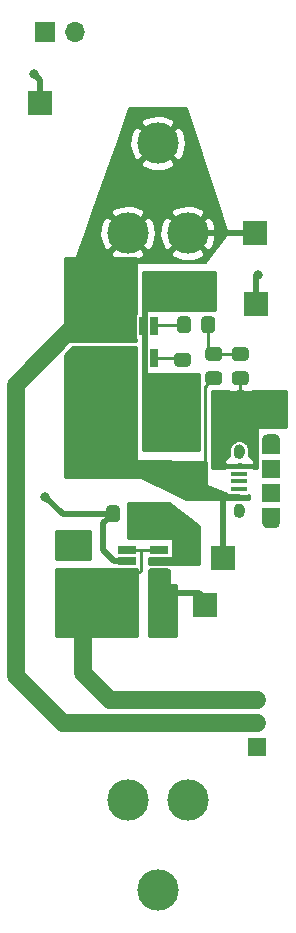
<source format=gbr>
%TF.GenerationSoftware,KiCad,Pcbnew,5.1.6*%
%TF.CreationDate,2020-05-18T18:09:20+02:00*%
%TF.ProjectId,solder-snorter,736f6c64-6572-42d7-936e-6f727465722e,rev?*%
%TF.SameCoordinates,Original*%
%TF.FileFunction,Copper,L1,Top*%
%TF.FilePolarity,Positive*%
%FSLAX46Y46*%
G04 Gerber Fmt 4.6, Leading zero omitted, Abs format (unit mm)*
G04 Created by KiCad (PCBNEW 5.1.6) date 2020-05-18 18:09:20*
%MOMM*%
%LPD*%
G01*
G04 APERTURE LIST*
%TA.AperFunction,SMDPad,CuDef*%
%ADD10R,1.550000X1.200000*%
%TD*%
%TA.AperFunction,SMDPad,CuDef*%
%ADD11R,1.550000X1.500000*%
%TD*%
%TA.AperFunction,SMDPad,CuDef*%
%ADD12R,1.350000X0.400000*%
%TD*%
%TA.AperFunction,ComponentPad*%
%ADD13C,3.500000*%
%TD*%
%TA.AperFunction,SMDPad,CuDef*%
%ADD14R,1.800000X2.400000*%
%TD*%
%TA.AperFunction,ComponentPad*%
%ADD15R,1.700000X1.700000*%
%TD*%
%TA.AperFunction,ComponentPad*%
%ADD16O,1.700000X1.700000*%
%TD*%
%TA.AperFunction,ComponentPad*%
%ADD17R,1.500000X1.500000*%
%TD*%
%TA.AperFunction,ComponentPad*%
%ADD18C,1.500000*%
%TD*%
%TA.AperFunction,SMDPad,CuDef*%
%ADD19R,0.650000X1.560000*%
%TD*%
%TA.AperFunction,SMDPad,CuDef*%
%ADD20R,1.560000X0.650000*%
%TD*%
%TA.AperFunction,SMDPad,CuDef*%
%ADD21R,2.000000X2.000000*%
%TD*%
%TA.AperFunction,ViaPad*%
%ADD22C,0.800000*%
%TD*%
%TA.AperFunction,Conductor*%
%ADD23C,0.500000*%
%TD*%
%TA.AperFunction,Conductor*%
%ADD24C,1.500000*%
%TD*%
%TA.AperFunction,Conductor*%
%ADD25C,0.250000*%
%TD*%
%TA.AperFunction,Conductor*%
%ADD26C,0.254000*%
%TD*%
G04 APERTURE END LIST*
D10*
%TO.P,J1,*%
%TO.N,*%
X165100000Y-118400000D03*
X165100000Y-112600000D03*
%TA.AperFunction,ComponentPad*%
G36*
G01*
X165375000Y-119500000D02*
X164825000Y-119500000D01*
G75*
G02*
X164325000Y-119000000I0J500000D01*
G01*
X164325000Y-119000000D01*
G75*
G02*
X164825000Y-118500000I500000J0D01*
G01*
X165375000Y-118500000D01*
G75*
G02*
X165875000Y-119000000I0J-500000D01*
G01*
X165875000Y-119000000D01*
G75*
G02*
X165375000Y-119500000I-500000J0D01*
G01*
G37*
%TD.AperFunction*%
%TA.AperFunction,ComponentPad*%
G36*
G01*
X165375000Y-112500000D02*
X164825000Y-112500000D01*
G75*
G02*
X164325000Y-112000000I0J500000D01*
G01*
X164325000Y-112000000D01*
G75*
G02*
X164825000Y-111500000I500000J0D01*
G01*
X165375000Y-111500000D01*
G75*
G02*
X165875000Y-112000000I0J-500000D01*
G01*
X165875000Y-112000000D01*
G75*
G02*
X165375000Y-112500000I-500000J0D01*
G01*
G37*
%TD.AperFunction*%
%TO.P,J1,6*%
%TO.N,Net-(J1-Pad6)*%
%TA.AperFunction,ComponentPad*%
G36*
G01*
X162400000Y-118625000D02*
X162400000Y-118625000D01*
G75*
G02*
X161925000Y-118150000I0J475000D01*
G01*
X161925000Y-117850000D01*
G75*
G02*
X162400000Y-117375000I475000J0D01*
G01*
X162400000Y-117375000D01*
G75*
G02*
X162875000Y-117850000I0J-475000D01*
G01*
X162875000Y-118150000D01*
G75*
G02*
X162400000Y-118625000I-475000J0D01*
G01*
G37*
%TD.AperFunction*%
%TO.P,J1,*%
%TO.N,*%
%TA.AperFunction,ComponentPad*%
G36*
G01*
X162400000Y-113625000D02*
X162400000Y-113625000D01*
G75*
G02*
X161925000Y-113150000I0J475000D01*
G01*
X161925000Y-112850000D01*
G75*
G02*
X162400000Y-112375000I475000J0D01*
G01*
X162400000Y-112375000D01*
G75*
G02*
X162875000Y-112850000I0J-475000D01*
G01*
X162875000Y-113150000D01*
G75*
G02*
X162400000Y-113625000I-475000J0D01*
G01*
G37*
%TD.AperFunction*%
D11*
X165100000Y-116500000D03*
X165100000Y-114500000D03*
D12*
%TO.P,J1,1*%
%TO.N,Net-(C1-Pad1)*%
X162400000Y-116800000D03*
%TO.P,J1,2*%
%TO.N,Net-(J1-Pad2)*%
X162400000Y-116150000D03*
%TO.P,J1,5*%
%TO.N,GND*%
X162400000Y-114200000D03*
%TO.P,J1,4*%
%TO.N,Net-(J1-Pad4)*%
X162400000Y-114850000D03*
%TO.P,J1,3*%
%TO.N,Net-(J1-Pad3)*%
X162400000Y-115500000D03*
%TD*%
D13*
%TO.P,BT1,2*%
%TO.N,GND*%
X152960000Y-142500000D03*
X158040000Y-142500000D03*
%TO.P,BT1,1*%
%TO.N,VBAT*%
X152960000Y-94500000D03*
X158040000Y-94500000D03*
%TO.P,BT1,2*%
%TO.N,GND*%
X155500000Y-150120000D03*
%TO.P,BT1,1*%
%TO.N,VBAT*%
X155500000Y-86880000D03*
%TD*%
%TO.P,C1,1*%
%TO.N,Net-(C1-Pad1)*%
%TA.AperFunction,SMDPad,CuDef*%
G36*
G01*
X152600000Y-108350001D02*
X152600000Y-107449999D01*
G75*
G02*
X152849999Y-107200000I249999J0D01*
G01*
X153500001Y-107200000D01*
G75*
G02*
X153750000Y-107449999I0J-249999D01*
G01*
X153750000Y-108350001D01*
G75*
G02*
X153500001Y-108600000I-249999J0D01*
G01*
X152849999Y-108600000D01*
G75*
G02*
X152600000Y-108350001I0J249999D01*
G01*
G37*
%TD.AperFunction*%
%TO.P,C1,2*%
%TO.N,GND*%
%TA.AperFunction,SMDPad,CuDef*%
G36*
G01*
X154650000Y-108350001D02*
X154650000Y-107449999D01*
G75*
G02*
X154899999Y-107200000I249999J0D01*
G01*
X155550001Y-107200000D01*
G75*
G02*
X155800000Y-107449999I0J-249999D01*
G01*
X155800000Y-108350001D01*
G75*
G02*
X155550001Y-108600000I-249999J0D01*
G01*
X154899999Y-108600000D01*
G75*
G02*
X154650000Y-108350001I0J249999D01*
G01*
G37*
%TD.AperFunction*%
%TD*%
%TO.P,C2,2*%
%TO.N,GND*%
%TA.AperFunction,SMDPad,CuDef*%
G36*
G01*
X154650000Y-99050001D02*
X154650000Y-98149999D01*
G75*
G02*
X154899999Y-97900000I249999J0D01*
G01*
X155550001Y-97900000D01*
G75*
G02*
X155800000Y-98149999I0J-249999D01*
G01*
X155800000Y-99050001D01*
G75*
G02*
X155550001Y-99300000I-249999J0D01*
G01*
X154899999Y-99300000D01*
G75*
G02*
X154650000Y-99050001I0J249999D01*
G01*
G37*
%TD.AperFunction*%
%TO.P,C2,1*%
%TO.N,VBAT*%
%TA.AperFunction,SMDPad,CuDef*%
G36*
G01*
X152600000Y-99050001D02*
X152600000Y-98149999D01*
G75*
G02*
X152849999Y-97900000I249999J0D01*
G01*
X153500001Y-97900000D01*
G75*
G02*
X153750000Y-98149999I0J-249999D01*
G01*
X153750000Y-99050001D01*
G75*
G02*
X153500001Y-99300000I-249999J0D01*
G01*
X152849999Y-99300000D01*
G75*
G02*
X152600000Y-99050001I0J249999D01*
G01*
G37*
%TD.AperFunction*%
%TD*%
%TO.P,C3,1*%
%TO.N,VBATSW*%
%TA.AperFunction,SMDPad,CuDef*%
G36*
G01*
X149250001Y-124100000D02*
X148349999Y-124100000D01*
G75*
G02*
X148100000Y-123850001I0J249999D01*
G01*
X148100000Y-123199999D01*
G75*
G02*
X148349999Y-122950000I249999J0D01*
G01*
X149250001Y-122950000D01*
G75*
G02*
X149500000Y-123199999I0J-249999D01*
G01*
X149500000Y-123850001D01*
G75*
G02*
X149250001Y-124100000I-249999J0D01*
G01*
G37*
%TD.AperFunction*%
%TO.P,C3,2*%
%TO.N,GND*%
%TA.AperFunction,SMDPad,CuDef*%
G36*
G01*
X149250001Y-122050000D02*
X148349999Y-122050000D01*
G75*
G02*
X148100000Y-121800001I0J249999D01*
G01*
X148100000Y-121149999D01*
G75*
G02*
X148349999Y-120900000I249999J0D01*
G01*
X149250001Y-120900000D01*
G75*
G02*
X149500000Y-121149999I0J-249999D01*
G01*
X149500000Y-121800001D01*
G75*
G02*
X149250001Y-122050000I-249999J0D01*
G01*
G37*
%TD.AperFunction*%
%TD*%
%TO.P,C4,2*%
%TO.N,GND*%
%TA.AperFunction,SMDPad,CuDef*%
G36*
G01*
X153200000Y-118700001D02*
X153200000Y-117799999D01*
G75*
G02*
X153449999Y-117550000I249999J0D01*
G01*
X154100001Y-117550000D01*
G75*
G02*
X154350000Y-117799999I0J-249999D01*
G01*
X154350000Y-118700001D01*
G75*
G02*
X154100001Y-118950000I-249999J0D01*
G01*
X153449999Y-118950000D01*
G75*
G02*
X153200000Y-118700001I0J249999D01*
G01*
G37*
%TD.AperFunction*%
%TO.P,C4,1*%
%TO.N,+12V*%
%TA.AperFunction,SMDPad,CuDef*%
G36*
G01*
X151150000Y-118700001D02*
X151150000Y-117799999D01*
G75*
G02*
X151399999Y-117550000I249999J0D01*
G01*
X152050001Y-117550000D01*
G75*
G02*
X152300000Y-117799999I0J-249999D01*
G01*
X152300000Y-118700001D01*
G75*
G02*
X152050001Y-118950000I-249999J0D01*
G01*
X151399999Y-118950000D01*
G75*
G02*
X151150000Y-118700001I0J249999D01*
G01*
G37*
%TD.AperFunction*%
%TD*%
%TO.P,D1,1*%
%TO.N,Net-(D1-Pad1)*%
%TA.AperFunction,SMDPad,CuDef*%
G36*
G01*
X159799999Y-104150000D02*
X160700001Y-104150000D01*
G75*
G02*
X160950000Y-104399999I0J-249999D01*
G01*
X160950000Y-105050001D01*
G75*
G02*
X160700001Y-105300000I-249999J0D01*
G01*
X159799999Y-105300000D01*
G75*
G02*
X159550000Y-105050001I0J249999D01*
G01*
X159550000Y-104399999D01*
G75*
G02*
X159799999Y-104150000I249999J0D01*
G01*
G37*
%TD.AperFunction*%
%TO.P,D1,2*%
%TO.N,Net-(C1-Pad1)*%
%TA.AperFunction,SMDPad,CuDef*%
G36*
G01*
X159799999Y-106200000D02*
X160700001Y-106200000D01*
G75*
G02*
X160950000Y-106449999I0J-249999D01*
G01*
X160950000Y-107100001D01*
G75*
G02*
X160700001Y-107350000I-249999J0D01*
G01*
X159799999Y-107350000D01*
G75*
G02*
X159550000Y-107100001I0J249999D01*
G01*
X159550000Y-106449999D01*
G75*
G02*
X159799999Y-106200000I249999J0D01*
G01*
G37*
%TD.AperFunction*%
%TD*%
%TO.P,D2,2*%
%TO.N,Net-(D1-Pad1)*%
%TA.AperFunction,SMDPad,CuDef*%
G36*
G01*
X162950001Y-105300000D02*
X162049999Y-105300000D01*
G75*
G02*
X161800000Y-105050001I0J249999D01*
G01*
X161800000Y-104399999D01*
G75*
G02*
X162049999Y-104150000I249999J0D01*
G01*
X162950001Y-104150000D01*
G75*
G02*
X163200000Y-104399999I0J-249999D01*
G01*
X163200000Y-105050001D01*
G75*
G02*
X162950001Y-105300000I-249999J0D01*
G01*
G37*
%TD.AperFunction*%
%TO.P,D2,1*%
%TO.N,GND*%
%TA.AperFunction,SMDPad,CuDef*%
G36*
G01*
X162950001Y-107350000D02*
X162049999Y-107350000D01*
G75*
G02*
X161800000Y-107100001I0J249999D01*
G01*
X161800000Y-106449999D01*
G75*
G02*
X162049999Y-106200000I249999J0D01*
G01*
X162950001Y-106200000D01*
G75*
G02*
X163200000Y-106449999I0J-249999D01*
G01*
X163200000Y-107100001D01*
G75*
G02*
X162950001Y-107350000I-249999J0D01*
G01*
G37*
%TD.AperFunction*%
%TD*%
D14*
%TO.P,L1,1*%
%TO.N,VBATSW*%
X152450000Y-127250000D03*
%TO.P,L1,2*%
%TO.N,Net-(L1-Pad2)*%
X156050000Y-127250000D03*
%TD*%
D15*
%TO.P,M1,1*%
%TO.N,+12V*%
X146000000Y-77500000D03*
D16*
%TO.P,M1,2*%
%TO.N,GND*%
X148540000Y-77500000D03*
%TD*%
%TO.P,R1,2*%
%TO.N,Net-(D1-Pad1)*%
%TA.AperFunction,SMDPad,CuDef*%
G36*
G01*
X159200000Y-102700001D02*
X159200000Y-101799999D01*
G75*
G02*
X159449999Y-101550000I249999J0D01*
G01*
X160100001Y-101550000D01*
G75*
G02*
X160350000Y-101799999I0J-249999D01*
G01*
X160350000Y-102700001D01*
G75*
G02*
X160100001Y-102950000I-249999J0D01*
G01*
X159449999Y-102950000D01*
G75*
G02*
X159200000Y-102700001I0J249999D01*
G01*
G37*
%TD.AperFunction*%
%TO.P,R1,1*%
%TO.N,Net-(R1-Pad1)*%
%TA.AperFunction,SMDPad,CuDef*%
G36*
G01*
X157150000Y-102700001D02*
X157150000Y-101799999D01*
G75*
G02*
X157399999Y-101550000I249999J0D01*
G01*
X158050001Y-101550000D01*
G75*
G02*
X158300000Y-101799999I0J-249999D01*
G01*
X158300000Y-102700001D01*
G75*
G02*
X158050001Y-102950000I-249999J0D01*
G01*
X157399999Y-102950000D01*
G75*
G02*
X157150000Y-102700001I0J249999D01*
G01*
G37*
%TD.AperFunction*%
%TD*%
%TO.P,R2,1*%
%TO.N,Net-(R2-Pad1)*%
%TA.AperFunction,SMDPad,CuDef*%
G36*
G01*
X157149999Y-104650000D02*
X158050001Y-104650000D01*
G75*
G02*
X158300000Y-104899999I0J-249999D01*
G01*
X158300000Y-105550001D01*
G75*
G02*
X158050001Y-105800000I-249999J0D01*
G01*
X157149999Y-105800000D01*
G75*
G02*
X156900000Y-105550001I0J249999D01*
G01*
X156900000Y-104899999D01*
G75*
G02*
X157149999Y-104650000I249999J0D01*
G01*
G37*
%TD.AperFunction*%
%TO.P,R2,2*%
%TO.N,GND*%
%TA.AperFunction,SMDPad,CuDef*%
G36*
G01*
X157149999Y-106700000D02*
X158050001Y-106700000D01*
G75*
G02*
X158300000Y-106949999I0J-249999D01*
G01*
X158300000Y-107600001D01*
G75*
G02*
X158050001Y-107850000I-249999J0D01*
G01*
X157149999Y-107850000D01*
G75*
G02*
X156900000Y-107600001I0J249999D01*
G01*
X156900000Y-106949999D01*
G75*
G02*
X157149999Y-106700000I249999J0D01*
G01*
G37*
%TD.AperFunction*%
%TD*%
D17*
%TO.P,SW1,1*%
%TO.N,Net-(SW1-Pad1)*%
X163900000Y-138000000D03*
D18*
%TO.P,SW1,2*%
%TO.N,VBAT*%
X163900000Y-136000000D03*
%TO.P,SW1,3*%
%TO.N,VBATSW*%
X163900000Y-134000000D03*
%TD*%
D19*
%TO.P,U1,1*%
%TO.N,Net-(R1-Pad1)*%
X155200000Y-102400000D03*
%TO.P,U1,2*%
%TO.N,GND*%
X154250000Y-102400000D03*
%TO.P,U1,3*%
%TO.N,VBAT*%
X153300000Y-102400000D03*
%TO.P,U1,4*%
%TO.N,Net-(C1-Pad1)*%
X153300000Y-105100000D03*
%TO.P,U1,5*%
%TO.N,Net-(R2-Pad1)*%
X155200000Y-105100000D03*
%TD*%
D20*
%TO.P,U2,1*%
%TO.N,Net-(L1-Pad2)*%
X155600000Y-123200000D03*
%TO.P,U2,2*%
%TO.N,GND*%
X155600000Y-122250000D03*
%TO.P,U2,3*%
%TO.N,VBATSW*%
X155600000Y-121300000D03*
%TO.P,U2,4*%
X152900000Y-121300000D03*
%TO.P,U2,6*%
X152900000Y-123200000D03*
%TO.P,U2,5*%
%TO.N,+12V*%
X152900000Y-122250000D03*
%TD*%
D21*
%TO.P,TP1,1*%
%TO.N,GND*%
X163800000Y-100500000D03*
%TD*%
%TO.P,TP2,1*%
%TO.N,Net-(C1-Pad1)*%
X161000000Y-122000000D03*
%TD*%
%TO.P,TP3,1*%
%TO.N,Net-(L1-Pad2)*%
X159500000Y-126000000D03*
%TD*%
%TO.P,TP4,1*%
%TO.N,VBAT*%
X163700000Y-94500000D03*
%TD*%
%TO.P,TP5,1*%
%TO.N,+12V*%
X145500000Y-83500000D03*
%TD*%
D22*
%TO.N,VBAT*%
X148200000Y-97200000D03*
X149400000Y-97200000D03*
X150600000Y-97200000D03*
X151800000Y-97200000D03*
X148200000Y-98400000D03*
X149400000Y-98400000D03*
X150600000Y-98400000D03*
X151800000Y-98400000D03*
X149400000Y-99600000D03*
X150600000Y-99600000D03*
X151800000Y-99600000D03*
X149400000Y-100800000D03*
X150600000Y-100800000D03*
X151800000Y-100800000D03*
X148200000Y-102000000D03*
X149400000Y-102000000D03*
X150600000Y-102000000D03*
X151800000Y-102000000D03*
X148200000Y-103200000D03*
X149400000Y-103200000D03*
X150600000Y-103200000D03*
X151800000Y-103200000D03*
X148200000Y-100800000D03*
%TO.N,GND*%
X154800000Y-112200000D03*
X156000000Y-112200000D03*
X157200000Y-112200000D03*
X158400000Y-112200000D03*
X154800000Y-111000000D03*
X156000000Y-111000000D03*
X157200000Y-111000000D03*
X158400000Y-111000000D03*
X154800000Y-100200000D03*
X156000000Y-109800000D03*
X158400000Y-108600000D03*
X158400000Y-109800000D03*
X157200000Y-109800000D03*
X157200000Y-108600000D03*
X154800000Y-109800000D03*
X156000000Y-100200000D03*
X157200000Y-100200000D03*
X158400000Y-100200000D03*
X159600000Y-100200000D03*
X157200000Y-99200000D03*
X158400000Y-99200000D03*
X159600000Y-99200000D03*
X157200000Y-98200000D03*
X158400000Y-98200000D03*
X159600000Y-98200000D03*
X147400000Y-121600000D03*
X147400000Y-120200000D03*
X149300000Y-120200000D03*
X153700000Y-119800000D03*
X154900000Y-119800000D03*
X156000000Y-119400000D03*
X158400000Y-119400000D03*
X155400000Y-118200000D03*
X156600000Y-118200000D03*
X157200000Y-119400000D03*
X158400000Y-120600000D03*
X157200000Y-120600000D03*
X158400000Y-121800000D03*
X157200000Y-121800000D03*
X164000000Y-98000000D03*
X160750000Y-113250000D03*
X160750000Y-112050000D03*
X160750000Y-110850000D03*
X160750000Y-109650000D03*
X160750000Y-108450000D03*
X161950000Y-108450000D03*
X163150000Y-108450000D03*
X164350000Y-108450000D03*
X165550000Y-108450000D03*
X161950000Y-109650000D03*
X163150000Y-109650000D03*
X164350000Y-109650000D03*
X165550000Y-109650000D03*
%TO.N,Net-(C1-Pad1)*%
X148300000Y-104700000D03*
X149500000Y-104700000D03*
X150700000Y-104700000D03*
X151900000Y-104700000D03*
X148300000Y-105900000D03*
X149500000Y-105900000D03*
X150700000Y-105900000D03*
X151900000Y-105900000D03*
X148300000Y-107100000D03*
X149500000Y-107100000D03*
X150700000Y-107100000D03*
X151900000Y-107100000D03*
X148300000Y-108300000D03*
X149500000Y-108300000D03*
X150700000Y-108300000D03*
X151900000Y-108300000D03*
X148300000Y-109500000D03*
X149500000Y-109500000D03*
X150700000Y-109500000D03*
X153100000Y-109500000D03*
X148300000Y-110700000D03*
X149500000Y-110700000D03*
X150700000Y-110700000D03*
X151900000Y-110700000D03*
X148300000Y-111900000D03*
X149500000Y-111900000D03*
X150700000Y-111900000D03*
X151900000Y-111900000D03*
X148300000Y-113100000D03*
X149500000Y-113100000D03*
X150700000Y-113100000D03*
X151900000Y-113100000D03*
X148300000Y-114300000D03*
X149500000Y-114300000D03*
X150700000Y-114300000D03*
X151900000Y-114300000D03*
X151900000Y-109500000D03*
X153100000Y-110700000D03*
X153100000Y-111900000D03*
X153100000Y-113100000D03*
X153100000Y-114300000D03*
%TO.N,+12V*%
X146000000Y-116800000D03*
X145000000Y-81000000D03*
%TD*%
D23*
%TO.N,VBAT*%
X163700000Y-94500000D02*
X158040000Y-94500000D01*
D24*
X143500000Y-107334315D02*
X148434316Y-102399999D01*
X143500000Y-132000000D02*
X143500000Y-107334315D01*
X148434316Y-102399999D02*
X148600001Y-102399999D01*
X147500000Y-136000000D02*
X143500000Y-132000000D01*
X163900000Y-136000000D02*
X147500000Y-136000000D01*
D23*
%TO.N,GND*%
X163800000Y-100500000D02*
X163800000Y-98200000D01*
X163800000Y-98200000D02*
X164000000Y-98000000D01*
D25*
X162500000Y-107900000D02*
X161950000Y-108450000D01*
X162500000Y-106775000D02*
X162500000Y-107900000D01*
D23*
%TO.N,Net-(C1-Pad1)*%
X161000000Y-122000000D02*
X161000000Y-117000000D01*
X161149999Y-116850001D02*
X162400000Y-116850001D01*
X161000000Y-117000000D02*
X161149999Y-116850001D01*
D25*
X160250000Y-106775000D02*
X160225000Y-106775000D01*
X160225000Y-106775000D02*
X159500000Y-107500000D01*
X159500000Y-107500000D02*
X159500000Y-114000000D01*
%TO.N,VBATSW*%
X152900000Y-121300000D02*
X155600000Y-121300000D01*
X154055001Y-123074999D02*
X153930000Y-123200000D01*
X154055001Y-121425001D02*
X154055001Y-123074999D01*
X153930000Y-123200000D02*
X152900000Y-123200000D01*
X153930000Y-121300000D02*
X154055001Y-121425001D01*
X152900000Y-121300000D02*
X153930000Y-121300000D01*
D24*
X151500000Y-134000000D02*
X163900000Y-134000000D01*
X149200000Y-131700000D02*
X151500000Y-134000000D01*
X149200000Y-127600000D02*
X149200000Y-131700000D01*
D23*
%TO.N,+12V*%
X151844998Y-122250000D02*
X150900000Y-121305002D01*
X152900000Y-122250000D02*
X151844998Y-122250000D01*
X150900000Y-119075000D02*
X151725000Y-118250000D01*
X150900000Y-121305002D02*
X150900000Y-119075000D01*
X151725000Y-118250000D02*
X147450000Y-118250000D01*
X147450000Y-118250000D02*
X146000000Y-116800000D01*
X145500000Y-83500000D02*
X145500000Y-81500000D01*
X145500000Y-81500000D02*
X145000000Y-81000000D01*
D25*
%TO.N,Net-(D1-Pad1)*%
X160250000Y-104725000D02*
X162500000Y-104725000D01*
X159775000Y-104250000D02*
X160250000Y-104725000D01*
X159775000Y-102250000D02*
X159775000Y-104250000D01*
D23*
%TO.N,Net-(L1-Pad2)*%
X159500000Y-126000000D02*
X159500000Y-125500000D01*
X159500000Y-125500000D02*
X159000000Y-125000000D01*
X159000000Y-125000000D02*
X157000000Y-125000000D01*
X155600000Y-123600000D02*
X155600000Y-123200000D01*
X157000000Y-125000000D02*
X155600000Y-123600000D01*
D25*
%TO.N,Net-(R1-Pad1)*%
X155350000Y-102250000D02*
X155200000Y-102400000D01*
X157725000Y-102250000D02*
X155350000Y-102250000D01*
%TO.N,Net-(R2-Pad1)*%
X157125000Y-105100000D02*
X157250000Y-105225000D01*
X157475000Y-105100000D02*
X157600000Y-105225000D01*
X155200000Y-105100000D02*
X157475000Y-105100000D01*
%TD*%
D26*
%TO.N,VBAT*%
G36*
X161358968Y-94477056D02*
G01*
X159511009Y-96973000D01*
X151825000Y-96973000D01*
X151819676Y-96973112D01*
X148432044Y-97115250D01*
X148764769Y-96169609D01*
X151469997Y-96169609D01*
X151656073Y-96510766D01*
X152073409Y-96726513D01*
X152524815Y-96856696D01*
X152992946Y-96896313D01*
X153459811Y-96843842D01*
X153907468Y-96701297D01*
X154263927Y-96510766D01*
X154450003Y-96169609D01*
X156549997Y-96169609D01*
X156736073Y-96510766D01*
X157153409Y-96726513D01*
X157604815Y-96856696D01*
X158072946Y-96896313D01*
X158539811Y-96843842D01*
X158987468Y-96701297D01*
X159343927Y-96510766D01*
X159530003Y-96169609D01*
X158040000Y-94679605D01*
X156549997Y-96169609D01*
X154450003Y-96169609D01*
X152960000Y-94679605D01*
X151469997Y-96169609D01*
X148764769Y-96169609D01*
X149340632Y-94532946D01*
X150563687Y-94532946D01*
X150616158Y-94999811D01*
X150758703Y-95447468D01*
X150949234Y-95803927D01*
X151290391Y-95990003D01*
X152780395Y-94500000D01*
X153139605Y-94500000D01*
X154629609Y-95990003D01*
X154970766Y-95803927D01*
X155186513Y-95386591D01*
X155316696Y-94935185D01*
X155350736Y-94532946D01*
X155643687Y-94532946D01*
X155696158Y-94999811D01*
X155838703Y-95447468D01*
X156029234Y-95803927D01*
X156370391Y-95990003D01*
X157860395Y-94500000D01*
X158219605Y-94500000D01*
X159709609Y-95990003D01*
X160050766Y-95803927D01*
X160266513Y-95386591D01*
X160396696Y-94935185D01*
X160436313Y-94467054D01*
X160383842Y-94000189D01*
X160241297Y-93552532D01*
X160050766Y-93196073D01*
X159709609Y-93009997D01*
X158219605Y-94500000D01*
X157860395Y-94500000D01*
X156370391Y-93009997D01*
X156029234Y-93196073D01*
X155813487Y-93613409D01*
X155683304Y-94064815D01*
X155643687Y-94532946D01*
X155350736Y-94532946D01*
X155356313Y-94467054D01*
X155303842Y-94000189D01*
X155161297Y-93552532D01*
X154970766Y-93196073D01*
X154629609Y-93009997D01*
X153139605Y-94500000D01*
X152780395Y-94500000D01*
X151290391Y-93009997D01*
X150949234Y-93196073D01*
X150733487Y-93613409D01*
X150603304Y-94064815D01*
X150563687Y-94532946D01*
X149340632Y-94532946D01*
X149939679Y-92830391D01*
X151469997Y-92830391D01*
X152960000Y-94320395D01*
X154450003Y-92830391D01*
X156549997Y-92830391D01*
X158040000Y-94320395D01*
X159530003Y-92830391D01*
X159343927Y-92489234D01*
X158926591Y-92273487D01*
X158475185Y-92143304D01*
X158007054Y-92103687D01*
X157540189Y-92156158D01*
X157092532Y-92298703D01*
X156736073Y-92489234D01*
X156549997Y-92830391D01*
X154450003Y-92830391D01*
X154263927Y-92489234D01*
X153846591Y-92273487D01*
X153395185Y-92143304D01*
X152927054Y-92103687D01*
X152460189Y-92156158D01*
X152012532Y-92298703D01*
X151656073Y-92489234D01*
X151469997Y-92830391D01*
X149939679Y-92830391D01*
X151445880Y-88549609D01*
X154009997Y-88549609D01*
X154196073Y-88890766D01*
X154613409Y-89106513D01*
X155064815Y-89236696D01*
X155532946Y-89276313D01*
X155999811Y-89223842D01*
X156447468Y-89081297D01*
X156803927Y-88890766D01*
X156990003Y-88549609D01*
X155500000Y-87059605D01*
X154009997Y-88549609D01*
X151445880Y-88549609D01*
X152021743Y-86912946D01*
X153103687Y-86912946D01*
X153156158Y-87379811D01*
X153298703Y-87827468D01*
X153489234Y-88183927D01*
X153830391Y-88370003D01*
X155320395Y-86880000D01*
X155679605Y-86880000D01*
X157169609Y-88370003D01*
X157510766Y-88183927D01*
X157726513Y-87766591D01*
X157856696Y-87315185D01*
X157896313Y-86847054D01*
X157843842Y-86380189D01*
X157701297Y-85932532D01*
X157510766Y-85576073D01*
X157169609Y-85389997D01*
X155679605Y-86880000D01*
X155320395Y-86880000D01*
X153830391Y-85389997D01*
X153489234Y-85576073D01*
X153273487Y-85993409D01*
X153143304Y-86444815D01*
X153103687Y-86912946D01*
X152021743Y-86912946D01*
X152620790Y-85210391D01*
X154009997Y-85210391D01*
X155500000Y-86700395D01*
X156990003Y-85210391D01*
X156803927Y-84869234D01*
X156386591Y-84653487D01*
X155935185Y-84523304D01*
X155467054Y-84483687D01*
X155000189Y-84536158D01*
X154552532Y-84678703D01*
X154196073Y-84869234D01*
X154009997Y-85210391D01*
X152620790Y-85210391D01*
X153089947Y-83877000D01*
X157907787Y-83877000D01*
X161358968Y-94477056D01*
G37*
X161358968Y-94477056D02*
X159511009Y-96973000D01*
X151825000Y-96973000D01*
X151819676Y-96973112D01*
X148432044Y-97115250D01*
X148764769Y-96169609D01*
X151469997Y-96169609D01*
X151656073Y-96510766D01*
X152073409Y-96726513D01*
X152524815Y-96856696D01*
X152992946Y-96896313D01*
X153459811Y-96843842D01*
X153907468Y-96701297D01*
X154263927Y-96510766D01*
X154450003Y-96169609D01*
X156549997Y-96169609D01*
X156736073Y-96510766D01*
X157153409Y-96726513D01*
X157604815Y-96856696D01*
X158072946Y-96896313D01*
X158539811Y-96843842D01*
X158987468Y-96701297D01*
X159343927Y-96510766D01*
X159530003Y-96169609D01*
X158040000Y-94679605D01*
X156549997Y-96169609D01*
X154450003Y-96169609D01*
X152960000Y-94679605D01*
X151469997Y-96169609D01*
X148764769Y-96169609D01*
X149340632Y-94532946D01*
X150563687Y-94532946D01*
X150616158Y-94999811D01*
X150758703Y-95447468D01*
X150949234Y-95803927D01*
X151290391Y-95990003D01*
X152780395Y-94500000D01*
X153139605Y-94500000D01*
X154629609Y-95990003D01*
X154970766Y-95803927D01*
X155186513Y-95386591D01*
X155316696Y-94935185D01*
X155350736Y-94532946D01*
X155643687Y-94532946D01*
X155696158Y-94999811D01*
X155838703Y-95447468D01*
X156029234Y-95803927D01*
X156370391Y-95990003D01*
X157860395Y-94500000D01*
X158219605Y-94500000D01*
X159709609Y-95990003D01*
X160050766Y-95803927D01*
X160266513Y-95386591D01*
X160396696Y-94935185D01*
X160436313Y-94467054D01*
X160383842Y-94000189D01*
X160241297Y-93552532D01*
X160050766Y-93196073D01*
X159709609Y-93009997D01*
X158219605Y-94500000D01*
X157860395Y-94500000D01*
X156370391Y-93009997D01*
X156029234Y-93196073D01*
X155813487Y-93613409D01*
X155683304Y-94064815D01*
X155643687Y-94532946D01*
X155350736Y-94532946D01*
X155356313Y-94467054D01*
X155303842Y-94000189D01*
X155161297Y-93552532D01*
X154970766Y-93196073D01*
X154629609Y-93009997D01*
X153139605Y-94500000D01*
X152780395Y-94500000D01*
X151290391Y-93009997D01*
X150949234Y-93196073D01*
X150733487Y-93613409D01*
X150603304Y-94064815D01*
X150563687Y-94532946D01*
X149340632Y-94532946D01*
X149939679Y-92830391D01*
X151469997Y-92830391D01*
X152960000Y-94320395D01*
X154450003Y-92830391D01*
X156549997Y-92830391D01*
X158040000Y-94320395D01*
X159530003Y-92830391D01*
X159343927Y-92489234D01*
X158926591Y-92273487D01*
X158475185Y-92143304D01*
X158007054Y-92103687D01*
X157540189Y-92156158D01*
X157092532Y-92298703D01*
X156736073Y-92489234D01*
X156549997Y-92830391D01*
X154450003Y-92830391D01*
X154263927Y-92489234D01*
X153846591Y-92273487D01*
X153395185Y-92143304D01*
X152927054Y-92103687D01*
X152460189Y-92156158D01*
X152012532Y-92298703D01*
X151656073Y-92489234D01*
X151469997Y-92830391D01*
X149939679Y-92830391D01*
X151445880Y-88549609D01*
X154009997Y-88549609D01*
X154196073Y-88890766D01*
X154613409Y-89106513D01*
X155064815Y-89236696D01*
X155532946Y-89276313D01*
X155999811Y-89223842D01*
X156447468Y-89081297D01*
X156803927Y-88890766D01*
X156990003Y-88549609D01*
X155500000Y-87059605D01*
X154009997Y-88549609D01*
X151445880Y-88549609D01*
X152021743Y-86912946D01*
X153103687Y-86912946D01*
X153156158Y-87379811D01*
X153298703Y-87827468D01*
X153489234Y-88183927D01*
X153830391Y-88370003D01*
X155320395Y-86880000D01*
X155679605Y-86880000D01*
X157169609Y-88370003D01*
X157510766Y-88183927D01*
X157726513Y-87766591D01*
X157856696Y-87315185D01*
X157896313Y-86847054D01*
X157843842Y-86380189D01*
X157701297Y-85932532D01*
X157510766Y-85576073D01*
X157169609Y-85389997D01*
X155679605Y-86880000D01*
X155320395Y-86880000D01*
X153830391Y-85389997D01*
X153489234Y-85576073D01*
X153273487Y-85993409D01*
X153143304Y-86444815D01*
X153103687Y-86912946D01*
X152021743Y-86912946D01*
X152620790Y-85210391D01*
X154009997Y-85210391D01*
X155500000Y-86700395D01*
X156990003Y-85210391D01*
X156803927Y-84869234D01*
X156386591Y-84653487D01*
X155935185Y-84523304D01*
X155467054Y-84483687D01*
X155000189Y-84536158D01*
X154552532Y-84678703D01*
X154196073Y-84869234D01*
X154009997Y-85210391D01*
X152620790Y-85210391D01*
X153089947Y-83877000D01*
X157907787Y-83877000D01*
X161358968Y-94477056D01*
G36*
X153673000Y-101339108D02*
G01*
X153657131Y-101352131D01*
X153610019Y-101409537D01*
X153575012Y-101475030D01*
X153553455Y-101546095D01*
X153546176Y-101620000D01*
X153546176Y-103180000D01*
X153553455Y-103253905D01*
X153575012Y-103324970D01*
X153610019Y-103390463D01*
X153657131Y-103447869D01*
X153673000Y-103460892D01*
X153673000Y-103623000D01*
X147627000Y-103623000D01*
X147627000Y-96627000D01*
X153673000Y-96627000D01*
X153673000Y-101339108D01*
G37*
X153673000Y-101339108D02*
X153657131Y-101352131D01*
X153610019Y-101409537D01*
X153575012Y-101475030D01*
X153553455Y-101546095D01*
X153546176Y-101620000D01*
X153546176Y-103180000D01*
X153553455Y-103253905D01*
X153575012Y-103324970D01*
X153610019Y-103390463D01*
X153657131Y-103447869D01*
X153673000Y-103460892D01*
X153673000Y-103623000D01*
X147627000Y-103623000D01*
X147627000Y-96627000D01*
X153673000Y-96627000D01*
X153673000Y-101339108D01*
%TO.N,GND*%
G36*
X160373000Y-100973000D02*
G01*
X154600000Y-100973000D01*
X154575224Y-100975440D01*
X154551399Y-100982667D01*
X154529443Y-100994403D01*
X154510197Y-101010197D01*
X154494403Y-101029443D01*
X154482667Y-101051399D01*
X154475440Y-101075224D01*
X154473000Y-101100000D01*
X154473000Y-106300000D01*
X154475440Y-106324776D01*
X154482667Y-106348601D01*
X154494403Y-106370557D01*
X154510197Y-106389803D01*
X154529443Y-106405597D01*
X154551399Y-106417333D01*
X154575224Y-106424560D01*
X154600000Y-106427000D01*
X158973000Y-106427000D01*
X158973000Y-112873000D01*
X154227000Y-112873000D01*
X154227000Y-97827000D01*
X160373000Y-97827000D01*
X160373000Y-100973000D01*
G37*
X160373000Y-100973000D02*
X154600000Y-100973000D01*
X154575224Y-100975440D01*
X154551399Y-100982667D01*
X154529443Y-100994403D01*
X154510197Y-101010197D01*
X154494403Y-101029443D01*
X154482667Y-101051399D01*
X154475440Y-101075224D01*
X154473000Y-101100000D01*
X154473000Y-106300000D01*
X154475440Y-106324776D01*
X154482667Y-106348601D01*
X154494403Y-106370557D01*
X154510197Y-106389803D01*
X154529443Y-106405597D01*
X154551399Y-106417333D01*
X154575224Y-106424560D01*
X154600000Y-106427000D01*
X158973000Y-106427000D01*
X158973000Y-112873000D01*
X154227000Y-112873000D01*
X154227000Y-97827000D01*
X160373000Y-97827000D01*
X160373000Y-100973000D01*
%TO.N,Net-(C1-Pad1)*%
G36*
X153673000Y-113700000D02*
G01*
X153675440Y-113724776D01*
X153682667Y-113748601D01*
X153694403Y-113770557D01*
X153710197Y-113789803D01*
X153729443Y-113805597D01*
X153751399Y-113817333D01*
X153775224Y-113824560D01*
X153798933Y-113826996D01*
X159623000Y-113875938D01*
X159623000Y-115750000D01*
X159625440Y-115774776D01*
X159632667Y-115798601D01*
X159644403Y-115820557D01*
X159660197Y-115839803D01*
X159679443Y-115855597D01*
X159697447Y-115865617D01*
X161347447Y-116615617D01*
X161371012Y-116623648D01*
X161400000Y-116627000D01*
X161468257Y-116627000D01*
X161514537Y-116664981D01*
X161580030Y-116699988D01*
X161651095Y-116721545D01*
X161725000Y-116728824D01*
X163075000Y-116728824D01*
X163148905Y-116721545D01*
X163219970Y-116699988D01*
X163273000Y-116671643D01*
X163273000Y-116973000D01*
X157927894Y-116973000D01*
X154053220Y-115184689D01*
X154029702Y-115176522D01*
X154000000Y-115173000D01*
X147627000Y-115173000D01*
X147627000Y-104801134D01*
X148301134Y-104127000D01*
X153673000Y-104127000D01*
X153673000Y-113700000D01*
G37*
X153673000Y-113700000D02*
X153675440Y-113724776D01*
X153682667Y-113748601D01*
X153694403Y-113770557D01*
X153710197Y-113789803D01*
X153729443Y-113805597D01*
X153751399Y-113817333D01*
X153775224Y-113824560D01*
X153798933Y-113826996D01*
X159623000Y-113875938D01*
X159623000Y-115750000D01*
X159625440Y-115774776D01*
X159632667Y-115798601D01*
X159644403Y-115820557D01*
X159660197Y-115839803D01*
X159679443Y-115855597D01*
X159697447Y-115865617D01*
X161347447Y-116615617D01*
X161371012Y-116623648D01*
X161400000Y-116627000D01*
X161468257Y-116627000D01*
X161514537Y-116664981D01*
X161580030Y-116699988D01*
X161651095Y-116721545D01*
X161725000Y-116728824D01*
X163075000Y-116728824D01*
X163148905Y-116721545D01*
X163219970Y-116699988D01*
X163273000Y-116671643D01*
X163273000Y-116973000D01*
X157927894Y-116973000D01*
X154053220Y-115184689D01*
X154029702Y-115176522D01*
X154000000Y-115173000D01*
X147627000Y-115173000D01*
X147627000Y-104801134D01*
X148301134Y-104127000D01*
X153673000Y-104127000D01*
X153673000Y-113700000D01*
%TO.N,VBATSW*%
G36*
X152046095Y-122946545D02*
G01*
X152120000Y-122953824D01*
X153680000Y-122953824D01*
X153753905Y-122946545D01*
X153773000Y-122940753D01*
X153773000Y-128573000D01*
X146927000Y-128573000D01*
X146927000Y-122927000D01*
X151981663Y-122927000D01*
X152046095Y-122946545D01*
G37*
X152046095Y-122946545D02*
X152120000Y-122953824D01*
X153680000Y-122953824D01*
X153753905Y-122946545D01*
X153773000Y-122940753D01*
X153773000Y-128573000D01*
X146927000Y-128573000D01*
X146927000Y-122927000D01*
X151981663Y-122927000D01*
X152046095Y-122946545D01*
%TO.N,Net-(L1-Pad2)*%
G36*
X156473000Y-124200000D02*
G01*
X156475440Y-124224776D01*
X156482667Y-124248601D01*
X156494403Y-124270557D01*
X156510197Y-124289803D01*
X156529443Y-124305597D01*
X156551399Y-124317333D01*
X156575224Y-124324560D01*
X156600000Y-124327000D01*
X157073000Y-124327000D01*
X157073000Y-128573000D01*
X154727000Y-128573000D01*
X154727000Y-123027000D01*
X156473000Y-123027000D01*
X156473000Y-124200000D01*
G37*
X156473000Y-124200000D02*
X156475440Y-124224776D01*
X156482667Y-124248601D01*
X156494403Y-124270557D01*
X156510197Y-124289803D01*
X156529443Y-124305597D01*
X156551399Y-124317333D01*
X156575224Y-124324560D01*
X156600000Y-124327000D01*
X157073000Y-124327000D01*
X157073000Y-128573000D01*
X154727000Y-128573000D01*
X154727000Y-123027000D01*
X156473000Y-123027000D01*
X156473000Y-124200000D01*
%TO.N,GND*%
G36*
X149773000Y-122073000D02*
G01*
X146927000Y-122073000D01*
X146927000Y-119727000D01*
X149773000Y-119727000D01*
X149773000Y-122073000D01*
G37*
X149773000Y-122073000D02*
X146927000Y-122073000D01*
X146927000Y-119727000D01*
X149773000Y-119727000D01*
X149773000Y-122073000D01*
G36*
X158973000Y-119262535D02*
G01*
X158973000Y-122473000D01*
X154727000Y-122473000D01*
X154727000Y-122027000D01*
X156700000Y-122027000D01*
X156724776Y-122024560D01*
X156748601Y-122017333D01*
X156770557Y-122005597D01*
X156789803Y-121989803D01*
X156805597Y-121970557D01*
X156817333Y-121948601D01*
X156824560Y-121924776D01*
X156827000Y-121900000D01*
X156827000Y-120400000D01*
X156824560Y-120375224D01*
X156817333Y-120351399D01*
X156805597Y-120329443D01*
X156789803Y-120310197D01*
X156770557Y-120294403D01*
X156748601Y-120282667D01*
X156724776Y-120275440D01*
X156700000Y-120273000D01*
X153027000Y-120273000D01*
X153027000Y-117327000D01*
X156456805Y-117327000D01*
X158973000Y-119262535D01*
G37*
X158973000Y-119262535D02*
X158973000Y-122473000D01*
X154727000Y-122473000D01*
X154727000Y-122027000D01*
X156700000Y-122027000D01*
X156724776Y-122024560D01*
X156748601Y-122017333D01*
X156770557Y-122005597D01*
X156789803Y-121989803D01*
X156805597Y-121970557D01*
X156817333Y-121948601D01*
X156824560Y-121924776D01*
X156827000Y-121900000D01*
X156827000Y-120400000D01*
X156824560Y-120375224D01*
X156817333Y-120351399D01*
X156805597Y-120329443D01*
X156789803Y-120310197D01*
X156770557Y-120294403D01*
X156748601Y-120282667D01*
X156724776Y-120275440D01*
X156700000Y-120273000D01*
X153027000Y-120273000D01*
X153027000Y-117327000D01*
X156456805Y-117327000D01*
X158973000Y-119262535D01*
G36*
X161445506Y-107880537D02*
G01*
X161555820Y-107939502D01*
X161675518Y-107975812D01*
X161800000Y-107988072D01*
X162214250Y-107985000D01*
X162322250Y-107877000D01*
X162677750Y-107877000D01*
X162785750Y-107985000D01*
X163200000Y-107988072D01*
X163324482Y-107975812D01*
X163444180Y-107939502D01*
X163554494Y-107880537D01*
X163558804Y-107877000D01*
X166348000Y-107877000D01*
X166348000Y-110873000D01*
X164000000Y-110873000D01*
X163975224Y-110875440D01*
X163951399Y-110882667D01*
X163929443Y-110894403D01*
X163910197Y-110910197D01*
X163894403Y-110929443D01*
X163882667Y-110951399D01*
X163875440Y-110975224D01*
X163873000Y-111000000D01*
X163873000Y-114373000D01*
X163651250Y-114373000D01*
X163551250Y-114273000D01*
X163093519Y-114273000D01*
X163075000Y-114271176D01*
X161725000Y-114271176D01*
X161706481Y-114273000D01*
X161248750Y-114273000D01*
X161148750Y-114373000D01*
X160127000Y-114373000D01*
X160127000Y-113968250D01*
X161090000Y-113968250D01*
X161248750Y-114127000D01*
X162273000Y-114127000D01*
X162273000Y-114053000D01*
X162527000Y-114053000D01*
X162527000Y-114127000D01*
X163551250Y-114127000D01*
X163710000Y-113968250D01*
X163698741Y-113865526D01*
X163660521Y-113746424D01*
X163599800Y-113637067D01*
X163518912Y-113541657D01*
X163420964Y-113463861D01*
X163309721Y-113406669D01*
X163218042Y-113380452D01*
X163237419Y-113316573D01*
X163253825Y-113150000D01*
X163253825Y-112850000D01*
X163237419Y-112683427D01*
X163188832Y-112523256D01*
X163109930Y-112375641D01*
X163003746Y-112246255D01*
X162874360Y-112140071D01*
X162726745Y-112061169D01*
X162566574Y-112012582D01*
X162400001Y-111996176D01*
X162399999Y-111996176D01*
X162233426Y-112012582D01*
X162073255Y-112061169D01*
X161925640Y-112140071D01*
X161796254Y-112246255D01*
X161690070Y-112375641D01*
X161611168Y-112523256D01*
X161562581Y-112683427D01*
X161546175Y-112850000D01*
X161546175Y-113150000D01*
X161562581Y-113316573D01*
X161581958Y-113380452D01*
X161490279Y-113406669D01*
X161379036Y-113463861D01*
X161281088Y-113541657D01*
X161200200Y-113637067D01*
X161139479Y-113746424D01*
X161101259Y-113865526D01*
X161090000Y-113968250D01*
X160127000Y-113968250D01*
X160127000Y-107877000D01*
X161441196Y-107877000D01*
X161445506Y-107880537D01*
G37*
X161445506Y-107880537D02*
X161555820Y-107939502D01*
X161675518Y-107975812D01*
X161800000Y-107988072D01*
X162214250Y-107985000D01*
X162322250Y-107877000D01*
X162677750Y-107877000D01*
X162785750Y-107985000D01*
X163200000Y-107988072D01*
X163324482Y-107975812D01*
X163444180Y-107939502D01*
X163554494Y-107880537D01*
X163558804Y-107877000D01*
X166348000Y-107877000D01*
X166348000Y-110873000D01*
X164000000Y-110873000D01*
X163975224Y-110875440D01*
X163951399Y-110882667D01*
X163929443Y-110894403D01*
X163910197Y-110910197D01*
X163894403Y-110929443D01*
X163882667Y-110951399D01*
X163875440Y-110975224D01*
X163873000Y-111000000D01*
X163873000Y-114373000D01*
X163651250Y-114373000D01*
X163551250Y-114273000D01*
X163093519Y-114273000D01*
X163075000Y-114271176D01*
X161725000Y-114271176D01*
X161706481Y-114273000D01*
X161248750Y-114273000D01*
X161148750Y-114373000D01*
X160127000Y-114373000D01*
X160127000Y-113968250D01*
X161090000Y-113968250D01*
X161248750Y-114127000D01*
X162273000Y-114127000D01*
X162273000Y-114053000D01*
X162527000Y-114053000D01*
X162527000Y-114127000D01*
X163551250Y-114127000D01*
X163710000Y-113968250D01*
X163698741Y-113865526D01*
X163660521Y-113746424D01*
X163599800Y-113637067D01*
X163518912Y-113541657D01*
X163420964Y-113463861D01*
X163309721Y-113406669D01*
X163218042Y-113380452D01*
X163237419Y-113316573D01*
X163253825Y-113150000D01*
X163253825Y-112850000D01*
X163237419Y-112683427D01*
X163188832Y-112523256D01*
X163109930Y-112375641D01*
X163003746Y-112246255D01*
X162874360Y-112140071D01*
X162726745Y-112061169D01*
X162566574Y-112012582D01*
X162400001Y-111996176D01*
X162399999Y-111996176D01*
X162233426Y-112012582D01*
X162073255Y-112061169D01*
X161925640Y-112140071D01*
X161796254Y-112246255D01*
X161690070Y-112375641D01*
X161611168Y-112523256D01*
X161562581Y-112683427D01*
X161546175Y-112850000D01*
X161546175Y-113150000D01*
X161562581Y-113316573D01*
X161581958Y-113380452D01*
X161490279Y-113406669D01*
X161379036Y-113463861D01*
X161281088Y-113541657D01*
X161200200Y-113637067D01*
X161139479Y-113746424D01*
X161101259Y-113865526D01*
X161090000Y-113968250D01*
X160127000Y-113968250D01*
X160127000Y-107877000D01*
X161441196Y-107877000D01*
X161445506Y-107880537D01*
%TD*%
M02*

</source>
